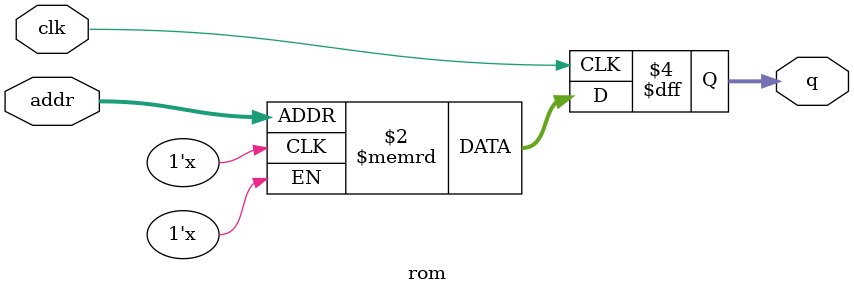
<source format=sv>
`default_nettype none

module rom
    #(
        parameter MEM_INIT_FILE = "",
        parameter DATA_WIDTH=32,
        parameter DATA_DEPTH=1024,
        parameter ADDR_WIDTH=10
    )
    (
        input wire clk,
        input wire [ADDR_WIDTH-1:0] addr,
        output reg [DATA_WIDTH-1:0] q
    );

    (* ram_style = "block" *) reg[DATA_WIDTH-1:0] mem [DATA_DEPTH-1:0];

    initial begin
        if (MEM_INIT_FILE != "") begin
            $readmemh(MEM_INIT_FILE, mem);
        end
    end

    always @(posedge clk) begin
        q <= mem[addr];
    end
endmodule

`default_nettype wire
</source>
